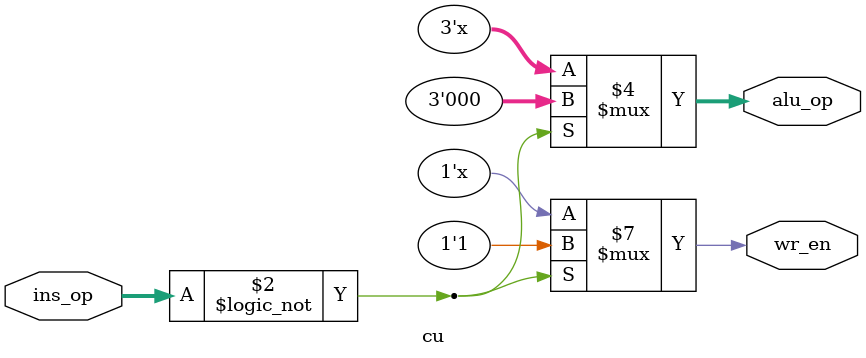
<source format=v>
module cu(
  input wire[6:0] ins_op,
  output reg wr_en,
  output reg[2:0] alu_op
);
 
  always@* begin
    if (ins_op == 0) begin
      wr_en = 1;
      alu_op = 0;
    end
  end

endmodule

</source>
